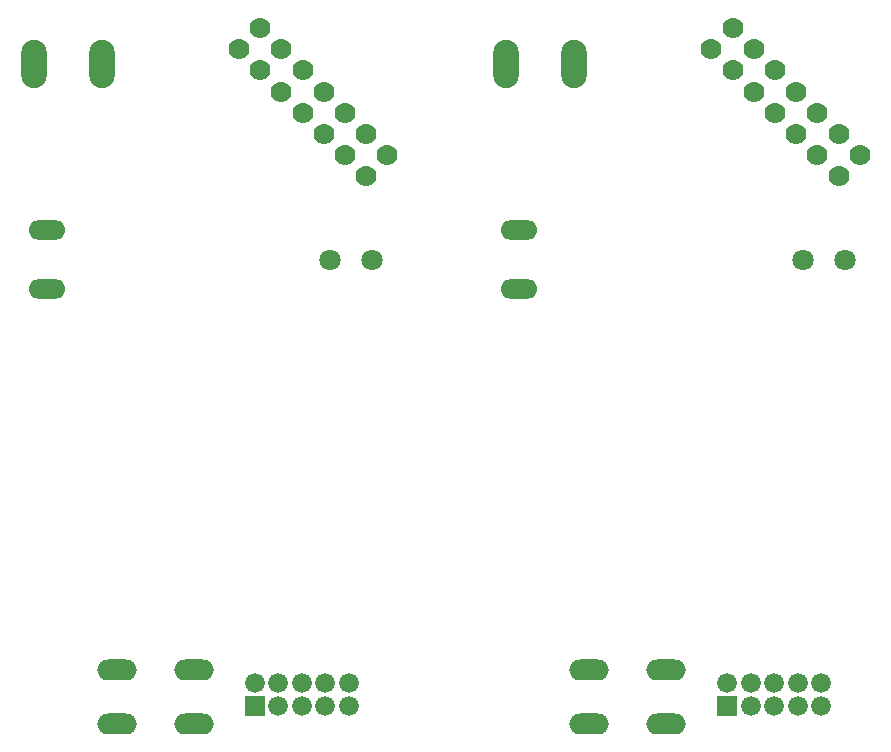
<source format=gbs>
G04 #@! TF.GenerationSoftware,KiCad,Pcbnew,5.0.0-rc2-dev-unknown-9f5316e~63~ubuntu16.04.1*
G04 #@! TF.CreationDate,2018-04-30T23:34:32+02:00*
G04 #@! TF.ProjectId,Rauchmelder_3.6_panelized,52617563686D656C64657220332E365F,rev?*
G04 #@! TF.SameCoordinates,Original*
G04 #@! TF.FileFunction,Soldermask,Bot*
G04 #@! TF.FilePolarity,Negative*
%FSLAX46Y46*%
G04 Gerber Fmt 4.6, Leading zero omitted, Abs format (unit mm)*
G04 Created by KiCad (PCBNEW 5.0.0-rc2-dev-unknown-9f5316e~63~ubuntu16.04.1) date Mon Apr 30 23:34:32 2018*
%MOMM*%
%LPD*%
G01*
G04 APERTURE LIST*
%ADD10C,1.778000*%
%ADD11C,1.803400*%
%ADD12O,3.352800X1.778000*%
%ADD13O,3.120800X1.662000*%
%ADD14C,1.676400*%
%ADD15R,1.676400X1.676400*%
%ADD16O,2.153200X4.103200*%
G04 APERTURE END LIST*
D10*
X204057379Y-88143728D03*
X202261328Y-89939779D03*
X202261328Y-86347677D03*
X200465277Y-88143728D03*
X200465277Y-84551626D03*
X198669226Y-86347677D03*
X198669226Y-82755574D03*
X196873174Y-84551626D03*
X196873174Y-80959523D03*
X195077123Y-82755574D03*
X195077123Y-79163472D03*
X193281072Y-80959523D03*
X193281072Y-77367421D03*
X191485021Y-79163472D03*
D11*
X199222000Y-97000000D03*
X202778000Y-97000000D03*
D12*
X187651200Y-136260600D03*
X187651200Y-131739400D03*
X181148800Y-136260600D03*
X181148800Y-131739400D03*
D13*
X175200000Y-94500000D03*
X175200000Y-99500000D03*
D14*
X200801200Y-132803600D03*
X200801200Y-134803600D03*
X198801200Y-132803600D03*
X198801200Y-134803600D03*
X196801200Y-132803600D03*
X196801200Y-134803600D03*
X194801200Y-132803600D03*
X194801200Y-134803600D03*
X192801200Y-132803600D03*
D15*
X192801200Y-134803600D03*
D16*
X179875000Y-80400000D03*
X174125000Y-80400000D03*
D12*
X141148800Y-131739400D03*
X141148800Y-136260600D03*
X147651200Y-131739400D03*
X147651200Y-136260600D03*
D13*
X135200000Y-99500000D03*
X135200000Y-94500000D03*
D10*
X151485021Y-79163472D03*
X153281072Y-77367421D03*
X153281072Y-80959523D03*
X155077123Y-79163472D03*
X155077123Y-82755574D03*
X156873174Y-80959523D03*
X156873174Y-84551626D03*
X158669226Y-82755574D03*
X158669226Y-86347677D03*
X160465277Y-84551626D03*
X160465277Y-88143728D03*
X162261328Y-86347677D03*
X162261328Y-89939779D03*
X164057379Y-88143728D03*
D11*
X162778000Y-97000000D03*
X159222000Y-97000000D03*
D16*
X134125000Y-80400000D03*
X139875000Y-80400000D03*
D15*
X152801200Y-134803600D03*
D14*
X152801200Y-132803600D03*
X154801200Y-134803600D03*
X154801200Y-132803600D03*
X156801200Y-134803600D03*
X156801200Y-132803600D03*
X158801200Y-134803600D03*
X158801200Y-132803600D03*
X160801200Y-134803600D03*
X160801200Y-132803600D03*
M02*

</source>
